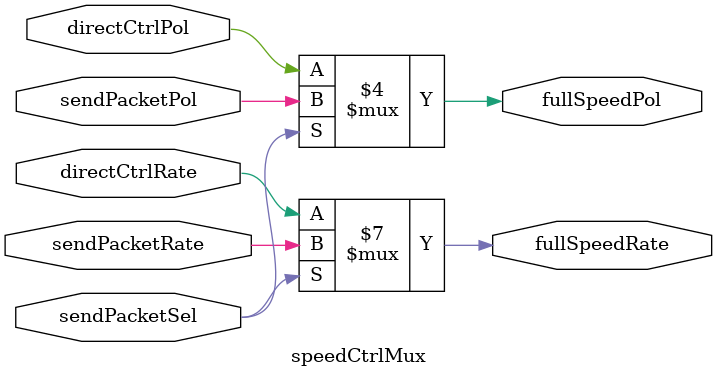
<source format=v>
module speedCtrlMux (directCtrlRate, directCtrlPol, sendPacketRate, sendPacketPol, sendPacketSel, fullSpeedRate, fullSpeedPol);
input   directCtrlRate;
input   directCtrlPol;
input   sendPacketRate;
input   sendPacketPol;
input   sendPacketSel;
output  fullSpeedRate;
output  fullSpeedPol;
wire   directCtrlRate;
wire   directCtrlPol;
wire   sendPacketRate;
wire   sendPacketPol;
wire   sendPacketSel;
reg   fullSpeedRate;
reg   fullSpeedPol;
always @(directCtrlRate or directCtrlPol or sendPacketRate or sendPacketPol or sendPacketSel)
begin
  if (sendPacketSel == 1'b1) 
  begin
  fullSpeedRate <= sendPacketRate;
  fullSpeedPol <= sendPacketPol;
  end
  else
  begin
  fullSpeedRate <= directCtrlRate;
  fullSpeedPol <= directCtrlPol;
  end
end
endmodule
</source>
